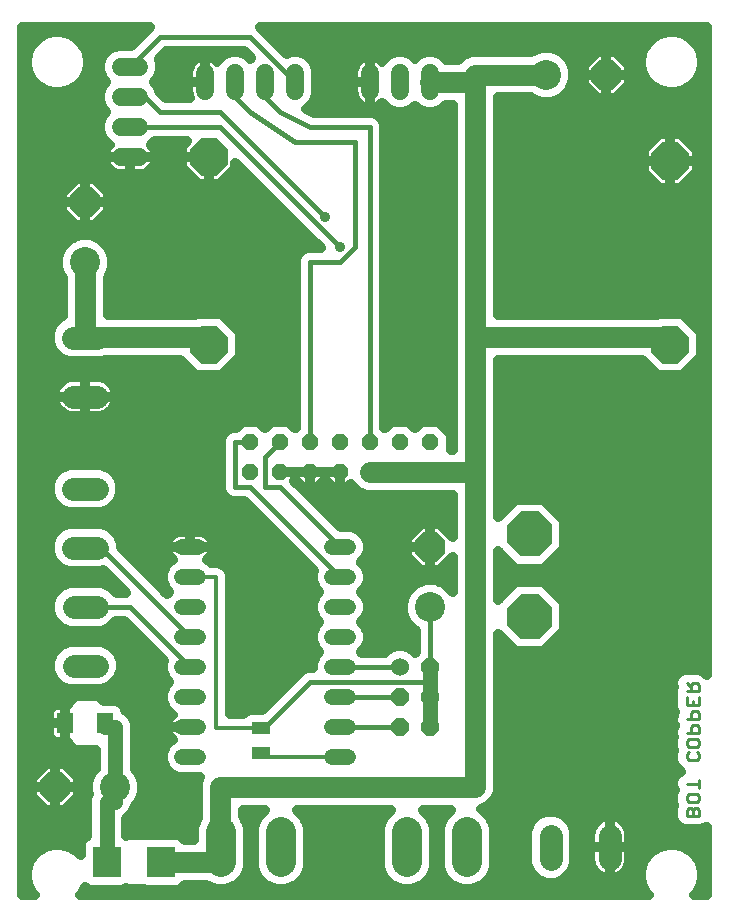
<source format=gbl>
G75*
G70*
%OFA0B0*%
%FSLAX24Y24*%
%IPPOS*%
%LPD*%
%AMOC8*
5,1,8,0,0,1.08239X$1,22.5*
%
%ADD10C,0.0100*%
%ADD11C,0.0600*%
%ADD12C,0.0520*%
%ADD13C,0.0780*%
%ADD14C,0.0600*%
%ADD15OC8,0.0600*%
%ADD16R,0.0945X0.1024*%
%ADD17R,0.0551X0.0709*%
%ADD18OC8,0.0560*%
%ADD19C,0.1000*%
%ADD20R,0.0630X0.0411*%
%ADD21C,0.1000*%
%ADD22OC8,0.1000*%
%ADD23OC8,0.1250*%
%ADD24OC8,0.1500*%
%ADD25C,0.0320*%
%ADD26C,0.0500*%
%ADD27C,0.0120*%
%ADD28C,0.0150*%
%ADD29C,0.0160*%
%ADD30C,0.0357*%
%ADD31C,0.0700*%
D10*
X024011Y004747D02*
X024011Y004947D01*
X024078Y005013D01*
X024145Y005013D01*
X024212Y004947D01*
X024212Y004747D01*
X024212Y004947D02*
X024278Y005013D01*
X024345Y005013D01*
X024412Y004947D01*
X024412Y004747D01*
X024011Y004747D01*
X024078Y005207D02*
X024011Y005274D01*
X024011Y005407D01*
X024078Y005474D01*
X024345Y005474D01*
X024412Y005407D01*
X024412Y005274D01*
X024345Y005207D01*
X024078Y005207D01*
X024412Y005667D02*
X024412Y005934D01*
X024412Y005801D02*
X024011Y005801D01*
X024078Y006588D02*
X024011Y006655D01*
X024011Y006788D01*
X024078Y006855D01*
X024078Y007048D02*
X024011Y007115D01*
X024011Y007248D01*
X024078Y007315D01*
X024345Y007315D01*
X024412Y007248D01*
X024412Y007115D01*
X024345Y007048D01*
X024078Y007048D01*
X024345Y006855D02*
X024412Y006788D01*
X024412Y006655D01*
X024345Y006588D01*
X024078Y006588D01*
X024145Y007509D02*
X024145Y007709D01*
X024212Y007776D01*
X024345Y007776D01*
X024412Y007709D01*
X024412Y007509D01*
X024011Y007509D01*
X024011Y007969D02*
X024412Y007969D01*
X024412Y008169D01*
X024345Y008236D01*
X024212Y008236D01*
X024145Y008169D01*
X024145Y007969D01*
X024212Y008429D02*
X024212Y008563D01*
X024412Y008696D02*
X024412Y008429D01*
X024011Y008429D01*
X024011Y008696D01*
X024011Y008890D02*
X024412Y008890D01*
X024412Y009090D01*
X024345Y009157D01*
X024212Y009157D01*
X024145Y009090D01*
X024145Y008890D01*
X024145Y009023D02*
X024011Y009157D01*
D11*
X015461Y028897D02*
X015461Y029497D01*
X014461Y029497D02*
X014461Y028897D01*
X013461Y028897D02*
X013461Y029497D01*
X010961Y029497D02*
X010961Y028897D01*
X009961Y028897D02*
X009961Y029497D01*
X008961Y029497D02*
X008961Y028897D01*
X007961Y028897D02*
X007961Y029497D01*
X005761Y029697D02*
X005161Y029697D01*
X005161Y028697D02*
X005761Y028697D01*
X005761Y027697D02*
X005161Y027697D01*
X005161Y026697D02*
X005761Y026697D01*
D12*
X007201Y013697D02*
X007721Y013697D01*
X007721Y012697D02*
X007201Y012697D01*
X007201Y011697D02*
X007721Y011697D01*
X007721Y010697D02*
X007201Y010697D01*
X007201Y009697D02*
X007721Y009697D01*
X007721Y008697D02*
X007201Y008697D01*
X007201Y007697D02*
X007721Y007697D01*
X007721Y006697D02*
X007201Y006697D01*
X012201Y006697D02*
X012721Y006697D01*
X012721Y007697D02*
X012201Y007697D01*
X012201Y008697D02*
X012721Y008697D01*
X012721Y009697D02*
X012201Y009697D01*
X012201Y010697D02*
X012721Y010697D01*
X012721Y011697D02*
X012201Y011697D01*
X012201Y012697D02*
X012721Y012697D01*
X012721Y013697D02*
X012201Y013697D01*
D13*
X019481Y004087D02*
X019481Y003307D01*
X021451Y003307D02*
X021451Y004087D01*
X004356Y009747D02*
X003577Y009746D01*
X003573Y011706D02*
X004353Y011707D01*
X004350Y013687D02*
X003570Y013686D01*
X003566Y015646D02*
X004346Y015647D01*
X004351Y018717D02*
X003571Y018717D01*
X003571Y020687D02*
X004351Y020687D01*
D14*
X014461Y009697D03*
D15*
X014461Y008697D03*
X014461Y007697D03*
X015461Y007697D03*
X015461Y008697D03*
X015461Y009697D03*
D16*
X006492Y003197D03*
X004681Y003197D03*
D17*
X004631Y007822D03*
X003292Y007822D03*
D18*
X009461Y016197D03*
X009461Y017197D03*
X010461Y017197D03*
X010461Y016197D03*
X011461Y016197D03*
X011461Y017197D03*
X012461Y017197D03*
X012461Y016197D03*
X013461Y016197D03*
X013461Y017197D03*
X014461Y017197D03*
X014461Y016197D03*
X015461Y016197D03*
X015461Y017197D03*
D19*
X014686Y004197D02*
X014686Y003197D01*
X016686Y003197D02*
X016686Y004197D01*
X010486Y004197D02*
X010486Y003197D01*
X008486Y003197D02*
X008486Y004197D01*
D20*
X009836Y006847D03*
X009836Y007671D03*
D21*
X004961Y005697D03*
X015461Y011697D03*
X003961Y023197D03*
X019336Y029447D03*
D22*
X021336Y029447D03*
X015461Y013697D03*
X003961Y025197D03*
X002961Y005697D03*
D23*
X008086Y020447D03*
X008086Y026697D03*
X023461Y026572D03*
X023461Y020447D03*
D24*
X018774Y014134D03*
X018774Y011384D03*
D25*
X001861Y002096D02*
X001861Y031041D01*
X006134Y031041D01*
X006059Y030966D01*
X005490Y030396D01*
X005022Y030396D01*
X004765Y030290D01*
X004568Y030093D01*
X004461Y029836D01*
X004461Y029557D01*
X004568Y029300D01*
X004671Y029197D01*
X004568Y029093D01*
X004461Y028836D01*
X004461Y028557D01*
X004568Y028300D01*
X004671Y028197D01*
X004568Y028093D01*
X004461Y027836D01*
X004461Y027557D01*
X004568Y027300D01*
X004765Y027103D01*
X004773Y027100D01*
X004734Y027061D01*
X004682Y026990D01*
X004642Y026911D01*
X004615Y026828D01*
X004601Y026741D01*
X004601Y026697D01*
X005461Y026697D01*
X005461Y026696D01*
X005462Y026696D01*
X005462Y026697D01*
X006321Y026697D01*
X006321Y026741D01*
X006308Y026828D01*
X006280Y026911D01*
X006240Y026990D01*
X006189Y027061D01*
X006150Y027100D01*
X006158Y027103D01*
X006276Y027222D01*
X007360Y027222D01*
X007201Y027063D01*
X007201Y026697D01*
X008086Y026697D01*
X008086Y026696D01*
X008087Y026696D01*
X008087Y025812D01*
X008453Y025812D01*
X008971Y026330D01*
X008971Y026515D01*
X011815Y023671D01*
X011367Y023671D01*
X011192Y023599D01*
X011059Y023466D01*
X010986Y023291D01*
X010986Y023102D01*
X010986Y017683D01*
X010961Y017658D01*
X010743Y017876D01*
X010180Y017876D01*
X009961Y017658D01*
X009743Y017876D01*
X009180Y017876D01*
X008975Y017671D01*
X008867Y017671D01*
X008692Y017599D01*
X008559Y017466D01*
X008486Y017291D01*
X008486Y017102D01*
X008486Y015602D01*
X008559Y015427D01*
X008692Y015294D01*
X008867Y015222D01*
X009056Y015222D01*
X009265Y015222D01*
X011576Y012911D01*
X011541Y012828D01*
X011541Y012565D01*
X011642Y012323D01*
X011768Y012196D01*
X011642Y012070D01*
X011541Y011828D01*
X011541Y011565D01*
X011642Y011323D01*
X011768Y011196D01*
X011642Y011070D01*
X011541Y010828D01*
X011541Y010565D01*
X011642Y010323D01*
X011768Y010196D01*
X011642Y010070D01*
X011541Y009828D01*
X011541Y009671D01*
X011367Y009671D01*
X011192Y009599D01*
X009870Y008277D01*
X009442Y008277D01*
X009295Y008216D01*
X009210Y008131D01*
X008796Y008131D01*
X008796Y012605D01*
X008796Y012788D01*
X008726Y012957D01*
X008597Y013086D01*
X008428Y013156D01*
X008195Y013156D01*
X008095Y013256D01*
X008034Y013281D01*
X008060Y013300D01*
X008118Y013358D01*
X008166Y013424D01*
X008203Y013497D01*
X008229Y013575D01*
X008241Y013656D01*
X008241Y013696D01*
X007462Y013696D01*
X007462Y013697D01*
X008241Y013697D01*
X008241Y013737D01*
X008229Y013818D01*
X008203Y013896D01*
X008166Y013969D01*
X008118Y014035D01*
X008060Y014093D01*
X007994Y014141D01*
X007921Y014178D01*
X007843Y014204D01*
X007762Y014216D01*
X007462Y014216D01*
X007462Y013697D01*
X007461Y013697D01*
X007461Y014216D01*
X007160Y014216D01*
X007080Y014204D01*
X007002Y014178D01*
X006929Y014141D01*
X006863Y014093D01*
X006805Y014035D01*
X006757Y013969D01*
X006720Y013896D01*
X006694Y013818D01*
X006681Y013737D01*
X006681Y013697D01*
X007461Y013697D01*
X007461Y013696D01*
X006681Y013696D01*
X006681Y013656D01*
X006694Y013575D01*
X006720Y013497D01*
X006757Y013424D01*
X006805Y013358D01*
X006863Y013300D01*
X006888Y013281D01*
X006828Y013256D01*
X006642Y013070D01*
X006541Y012828D01*
X006541Y012565D01*
X006642Y012323D01*
X006768Y012196D01*
X006701Y012129D01*
X005140Y013690D01*
X005139Y013846D01*
X005019Y014136D01*
X004796Y014358D01*
X004505Y014477D01*
X003411Y014476D01*
X003121Y014355D01*
X002899Y014132D01*
X002779Y013842D01*
X002780Y013527D01*
X002901Y013237D01*
X003123Y013015D01*
X003414Y012896D01*
X004508Y012897D01*
X004565Y012921D01*
X005315Y012171D01*
X005006Y012171D01*
X004799Y012378D01*
X004509Y012497D01*
X003415Y012496D01*
X003124Y012375D01*
X002903Y012152D01*
X002783Y011862D01*
X002783Y011547D01*
X002904Y011257D01*
X003127Y011035D01*
X003417Y010916D01*
X004512Y010917D01*
X004802Y011038D01*
X004984Y011222D01*
X005265Y011222D01*
X006576Y009911D01*
X006541Y009828D01*
X006541Y009565D01*
X006642Y009323D01*
X006768Y009196D01*
X006642Y009070D01*
X006541Y008828D01*
X006541Y008565D01*
X006642Y008323D01*
X006828Y008137D01*
X006888Y008112D01*
X006863Y008093D01*
X006805Y008035D01*
X006757Y007969D01*
X006720Y007896D01*
X006694Y007818D01*
X006681Y007737D01*
X006681Y007697D01*
X007461Y007697D01*
X007461Y007696D01*
X006681Y007696D01*
X006681Y007656D01*
X006694Y007575D01*
X006720Y007497D01*
X006757Y007424D01*
X006805Y007358D01*
X006863Y007300D01*
X006888Y007281D01*
X006828Y007256D01*
X006642Y007070D01*
X006541Y006828D01*
X006541Y006565D01*
X006642Y006323D01*
X006828Y006137D01*
X007070Y006037D01*
X007790Y006037D01*
X007711Y005846D01*
X007711Y004677D01*
X007586Y004376D01*
X007586Y003946D01*
X007292Y003946D01*
X007191Y004047D01*
X007044Y004108D01*
X005940Y004108D01*
X005911Y004096D01*
X005382Y004096D01*
X005331Y004075D01*
X005331Y004647D01*
X005512Y004828D01*
X005611Y005067D01*
X005611Y005074D01*
X005724Y005187D01*
X005861Y005517D01*
X005861Y005876D01*
X005724Y006206D01*
X005611Y006319D01*
X005611Y007567D01*
X005611Y007826D01*
X005512Y008065D01*
X005330Y008248D01*
X005305Y008258D01*
X005245Y008402D01*
X005133Y008515D01*
X004986Y008576D01*
X004585Y008576D01*
X004501Y008661D01*
X004354Y008721D01*
X003694Y008721D01*
X003547Y008661D01*
X003435Y008548D01*
X003388Y008436D01*
X003292Y008436D01*
X002991Y008436D01*
X002941Y008426D01*
X002893Y008406D01*
X001861Y008406D01*
X001861Y008724D02*
X006541Y008724D01*
X006607Y008406D02*
X005242Y008406D01*
X005490Y008087D02*
X006857Y008087D01*
X006686Y007769D02*
X005611Y007769D01*
X005611Y007450D02*
X006743Y007450D01*
X006703Y007132D02*
X005611Y007132D01*
X005611Y006813D02*
X006541Y006813D01*
X006571Y006495D02*
X005611Y006495D01*
X005737Y006176D02*
X006789Y006176D01*
X007716Y005857D02*
X005861Y005857D01*
X005861Y005539D02*
X007711Y005539D01*
X007711Y005220D02*
X005738Y005220D01*
X005543Y004902D02*
X007711Y004902D01*
X007672Y004583D02*
X005331Y004583D01*
X005331Y004265D02*
X007586Y004265D01*
X009211Y004744D02*
X009211Y004947D01*
X009964Y004947D01*
X009723Y004706D01*
X009586Y004376D01*
X009586Y003017D01*
X009723Y002687D01*
X009977Y002434D01*
X010307Y002297D01*
X010665Y002297D01*
X010996Y002434D01*
X011249Y002687D01*
X011386Y003017D01*
X011386Y004376D01*
X011249Y004706D01*
X011009Y004947D01*
X014164Y004947D01*
X013923Y004706D01*
X013786Y004376D01*
X013786Y003017D01*
X013923Y002687D01*
X014177Y002434D01*
X014507Y002297D01*
X014865Y002297D01*
X015196Y002434D01*
X015449Y002687D01*
X015586Y003017D01*
X015586Y004376D01*
X015449Y004706D01*
X015209Y004947D01*
X016164Y004947D01*
X015923Y004706D01*
X015786Y004376D01*
X015786Y003017D01*
X015923Y002687D01*
X016177Y002434D01*
X016507Y002297D01*
X016865Y002297D01*
X017196Y002434D01*
X017449Y002687D01*
X017586Y003017D01*
X017586Y004376D01*
X017449Y004706D01*
X017196Y004959D01*
X017169Y004971D01*
X017386Y005061D01*
X017597Y005272D01*
X017711Y005547D01*
X017711Y005846D01*
X017711Y010820D01*
X018298Y010234D01*
X019250Y010234D01*
X019924Y010908D01*
X019924Y011860D01*
X019250Y012534D01*
X018298Y012534D01*
X017711Y011948D01*
X017711Y013570D01*
X018298Y012984D01*
X019250Y012984D01*
X019924Y013658D01*
X019924Y014610D01*
X019250Y015284D01*
X018298Y015284D01*
X017711Y014698D01*
X017711Y016047D01*
X017711Y019947D01*
X022512Y019947D01*
X023037Y019422D01*
X023886Y019422D01*
X024486Y020022D01*
X024486Y020871D01*
X023886Y021471D01*
X023037Y021471D01*
X023012Y021446D01*
X017711Y021446D01*
X017711Y028697D01*
X018814Y028697D01*
X018827Y028684D01*
X019157Y028547D01*
X019515Y028547D01*
X019846Y028684D01*
X020099Y028937D01*
X020236Y029267D01*
X020236Y029626D01*
X020099Y029956D01*
X019846Y030209D01*
X019515Y030346D01*
X019157Y030346D01*
X018827Y030209D01*
X018814Y030196D01*
X017111Y030196D01*
X016812Y030196D01*
X016537Y030082D01*
X016401Y029946D01*
X016001Y029946D01*
X015858Y030090D01*
X015601Y030196D01*
X015322Y030196D01*
X015065Y030090D01*
X014961Y029986D01*
X014858Y030090D01*
X014601Y030196D01*
X014322Y030196D01*
X014065Y030090D01*
X013868Y029893D01*
X013865Y029885D01*
X013826Y029924D01*
X013755Y029975D01*
X013676Y030015D01*
X013593Y030043D01*
X013505Y030056D01*
X013462Y030056D01*
X013462Y029197D01*
X013461Y029197D01*
X013461Y030056D01*
X013417Y030056D01*
X013330Y030043D01*
X013246Y030015D01*
X013168Y029975D01*
X013097Y029924D01*
X013034Y029861D01*
X012982Y029790D01*
X012942Y029711D01*
X012915Y029628D01*
X012901Y029541D01*
X012901Y029197D01*
X013461Y029197D01*
X013461Y029196D01*
X013462Y029196D01*
X013462Y028337D01*
X013505Y028337D01*
X013593Y028350D01*
X013676Y028378D01*
X013755Y028418D01*
X013826Y028469D01*
X013865Y028508D01*
X013868Y028500D01*
X014065Y028303D01*
X014322Y028197D01*
X014601Y028197D01*
X014858Y028303D01*
X014961Y028407D01*
X015065Y028303D01*
X015322Y028197D01*
X015601Y028197D01*
X015858Y028303D01*
X016001Y028447D01*
X016211Y028447D01*
X016211Y020846D01*
X016211Y016946D01*
X016141Y016946D01*
X016141Y017478D01*
X015743Y017876D01*
X015180Y017876D01*
X014961Y017658D01*
X014743Y017876D01*
X014180Y017876D01*
X013961Y017658D01*
X013936Y017683D01*
X013936Y027602D01*
X013936Y027791D01*
X013864Y027966D01*
X013730Y028099D01*
X013556Y028171D01*
X011574Y028171D01*
X011332Y028292D01*
X011358Y028303D01*
X011555Y028500D01*
X011661Y028757D01*
X011661Y029636D01*
X011555Y029893D01*
X011358Y030090D01*
X011101Y030196D01*
X010822Y030196D01*
X010689Y030141D01*
X009789Y031041D01*
X024683Y031041D01*
X024683Y009454D01*
X024600Y009538D01*
X024434Y009607D01*
X024301Y009607D01*
X024122Y009607D01*
X024111Y009602D01*
X024101Y009607D01*
X023922Y009607D01*
X023757Y009538D01*
X023630Y009412D01*
X023561Y009246D01*
X023561Y009067D01*
X023580Y009023D01*
X023561Y008979D01*
X023561Y008800D01*
X023564Y008793D01*
X023561Y008786D01*
X023561Y008340D01*
X023620Y008199D01*
X023561Y008059D01*
X023561Y007879D01*
X023620Y007739D01*
X023561Y007598D01*
X023561Y007419D01*
X023578Y007379D01*
X023577Y007376D01*
X023561Y007338D01*
X023561Y007247D01*
X023561Y007025D01*
X023592Y006952D01*
X023577Y006916D01*
X023561Y006878D01*
X023561Y006878D01*
X023561Y006877D01*
X023561Y006787D01*
X023561Y006565D01*
X023630Y006400D01*
X023756Y006273D01*
X023821Y006209D01*
X023756Y006182D01*
X023630Y006056D01*
X023561Y005890D01*
X023561Y005711D01*
X023606Y005604D01*
X023577Y005535D01*
X023561Y005497D01*
X023561Y005496D01*
X023561Y005406D01*
X023561Y005184D01*
X023592Y005110D01*
X023579Y005078D01*
X023561Y005036D01*
X023561Y004948D01*
X023561Y004657D01*
X023630Y004492D01*
X023756Y004365D01*
X023922Y004297D01*
X024101Y004297D01*
X024122Y004297D01*
X024301Y004297D01*
X024322Y004297D01*
X024501Y004297D01*
X024667Y004365D01*
X024683Y004382D01*
X024683Y002096D01*
X024262Y002096D01*
X024317Y002151D01*
X024450Y002381D01*
X024519Y002638D01*
X024519Y002904D01*
X024450Y003161D01*
X024317Y003392D01*
X024129Y003580D01*
X023899Y003713D01*
X023642Y003782D01*
X023376Y003782D01*
X023119Y003713D01*
X022888Y003580D01*
X022700Y003392D01*
X022567Y003161D01*
X022498Y002904D01*
X022498Y002638D01*
X022567Y002381D01*
X022700Y002151D01*
X022755Y002096D01*
X003790Y002096D01*
X003845Y002151D01*
X003966Y002361D01*
X003982Y002346D01*
X004129Y002285D01*
X005233Y002285D01*
X005322Y002321D01*
X005382Y002297D01*
X005911Y002297D01*
X005940Y002285D01*
X007044Y002285D01*
X007191Y002346D01*
X007292Y002447D01*
X007964Y002447D01*
X007977Y002434D01*
X008307Y002297D01*
X008665Y002297D01*
X008996Y002434D01*
X009249Y002687D01*
X009386Y003017D01*
X009386Y004376D01*
X009249Y004706D01*
X009211Y004744D01*
X009211Y004902D02*
X009919Y004902D01*
X009672Y004583D02*
X009300Y004583D01*
X009386Y004265D02*
X009586Y004265D01*
X009586Y003946D02*
X009386Y003946D01*
X009386Y003628D02*
X009586Y003628D01*
X009586Y003309D02*
X009386Y003309D01*
X009375Y002991D02*
X009598Y002991D01*
X009738Y002672D02*
X009235Y002672D01*
X008803Y002354D02*
X010170Y002354D01*
X010803Y002354D02*
X014370Y002354D01*
X013938Y002672D02*
X011235Y002672D01*
X011375Y002991D02*
X013798Y002991D01*
X013786Y003309D02*
X011386Y003309D01*
X011386Y003628D02*
X013786Y003628D01*
X013786Y003946D02*
X011386Y003946D01*
X011386Y004265D02*
X013786Y004265D01*
X013872Y004583D02*
X011300Y004583D01*
X011054Y004902D02*
X014119Y004902D01*
X015254Y004902D02*
X016119Y004902D01*
X015872Y004583D02*
X015500Y004583D01*
X015586Y004265D02*
X015786Y004265D01*
X015786Y003946D02*
X015586Y003946D01*
X015586Y003628D02*
X015786Y003628D01*
X015786Y003309D02*
X015586Y003309D01*
X015575Y002991D02*
X015798Y002991D01*
X015938Y002672D02*
X015435Y002672D01*
X015003Y002354D02*
X016370Y002354D01*
X017003Y002354D02*
X022583Y002354D01*
X022498Y002672D02*
X021595Y002672D01*
X021579Y002668D02*
X021661Y002690D01*
X021739Y002722D01*
X021813Y002765D01*
X021881Y002817D01*
X021941Y002877D01*
X021993Y002945D01*
X022036Y003018D01*
X022068Y003097D01*
X022090Y003179D01*
X022101Y003264D01*
X022101Y003696D01*
X021452Y003696D01*
X021452Y003697D01*
X022101Y003697D01*
X022101Y004129D01*
X022090Y004214D01*
X022068Y004296D01*
X022036Y004375D01*
X021993Y004448D01*
X021941Y004516D01*
X021881Y004576D01*
X021813Y004628D01*
X021739Y004671D01*
X021661Y004703D01*
X021579Y004725D01*
X021494Y004736D01*
X021452Y004736D01*
X021452Y003697D01*
X021451Y003697D01*
X021451Y004736D01*
X021409Y004736D01*
X021324Y004725D01*
X021242Y004703D01*
X021163Y004671D01*
X021089Y004628D01*
X021022Y004576D01*
X020962Y004516D01*
X020910Y004448D01*
X020867Y004375D01*
X020835Y004296D01*
X020813Y004214D01*
X020801Y004129D01*
X020801Y003697D01*
X021451Y003697D01*
X021451Y003696D01*
X021452Y003696D01*
X021452Y002657D01*
X021494Y002657D01*
X021579Y002668D01*
X021452Y002672D02*
X021451Y002672D01*
X021451Y002657D02*
X021451Y003696D01*
X020801Y003696D01*
X020801Y003264D01*
X020813Y003179D01*
X020835Y003097D01*
X020867Y003018D01*
X020910Y002945D01*
X020962Y002877D01*
X021022Y002817D01*
X021089Y002765D01*
X021163Y002722D01*
X021242Y002690D01*
X021324Y002668D01*
X021409Y002657D01*
X021451Y002657D01*
X021308Y002672D02*
X019964Y002672D01*
X019929Y002637D02*
X020151Y002859D01*
X020271Y003149D01*
X020271Y004244D01*
X020151Y004534D01*
X019929Y004756D01*
X019639Y004876D01*
X019324Y004876D01*
X019034Y004756D01*
X018812Y004534D01*
X018691Y004244D01*
X018691Y003149D01*
X018812Y002859D01*
X019034Y002637D01*
X019324Y002517D01*
X019639Y002517D01*
X019929Y002637D01*
X020206Y002991D02*
X020883Y002991D01*
X020801Y003309D02*
X020271Y003309D01*
X020271Y003628D02*
X020801Y003628D01*
X020801Y003946D02*
X020271Y003946D01*
X020263Y004265D02*
X020826Y004265D01*
X021031Y004583D02*
X020102Y004583D01*
X018861Y004583D02*
X017500Y004583D01*
X017586Y004265D02*
X018700Y004265D01*
X018691Y003946D02*
X017586Y003946D01*
X017586Y003628D02*
X018691Y003628D01*
X018691Y003309D02*
X017586Y003309D01*
X017575Y002991D02*
X018757Y002991D01*
X018999Y002672D02*
X017435Y002672D01*
X017254Y004902D02*
X023561Y004902D01*
X023561Y005036D02*
X023561Y005036D01*
X023561Y005036D01*
X023561Y005220D02*
X017546Y005220D01*
X017708Y005539D02*
X023579Y005539D01*
X023561Y005496D02*
X023561Y005496D01*
X023561Y005857D02*
X017711Y005857D01*
X017711Y006176D02*
X023750Y006176D01*
X023591Y006495D02*
X017711Y006495D01*
X017711Y006813D02*
X023561Y006813D01*
X023561Y007132D02*
X017711Y007132D01*
X017711Y007450D02*
X023561Y007450D01*
X023561Y007338D02*
X023561Y007338D01*
X023561Y007338D01*
X023607Y007769D02*
X017711Y007769D01*
X017711Y008087D02*
X023573Y008087D01*
X023561Y008406D02*
X017711Y008406D01*
X017711Y008724D02*
X023561Y008724D01*
X023571Y009043D02*
X017711Y009043D01*
X017711Y009361D02*
X023609Y009361D01*
X024683Y009680D02*
X017711Y009680D01*
X017711Y009999D02*
X024683Y009999D01*
X024683Y010317D02*
X019333Y010317D01*
X019652Y010636D02*
X024683Y010636D01*
X024683Y010954D02*
X019924Y010954D01*
X019924Y011273D02*
X024683Y011273D01*
X024683Y011591D02*
X019924Y011591D01*
X019874Y011910D02*
X024683Y011910D01*
X024683Y012228D02*
X019556Y012228D01*
X019450Y013184D02*
X024683Y013184D01*
X024683Y013503D02*
X019769Y013503D01*
X019924Y013821D02*
X024683Y013821D01*
X024683Y014140D02*
X019924Y014140D01*
X019924Y014458D02*
X024683Y014458D01*
X024683Y014777D02*
X019758Y014777D01*
X019439Y015095D02*
X024683Y015095D01*
X024683Y015414D02*
X017711Y015414D01*
X017711Y015732D02*
X024683Y015732D01*
X024683Y016051D02*
X017711Y016051D01*
X017711Y016369D02*
X024683Y016369D01*
X024683Y016688D02*
X017711Y016688D01*
X017711Y017006D02*
X024683Y017006D01*
X024683Y017325D02*
X017711Y017325D01*
X017711Y017644D02*
X024683Y017644D01*
X024683Y017962D02*
X017711Y017962D01*
X017711Y018281D02*
X024683Y018281D01*
X024683Y018599D02*
X017711Y018599D01*
X017711Y018918D02*
X024683Y018918D01*
X024683Y019236D02*
X017711Y019236D01*
X017711Y019555D02*
X022904Y019555D01*
X022585Y019873D02*
X017711Y019873D01*
X017711Y021466D02*
X023031Y021466D01*
X023891Y021466D02*
X024683Y021466D01*
X024683Y021148D02*
X024210Y021148D01*
X024486Y020829D02*
X024683Y020829D01*
X024683Y020510D02*
X024486Y020510D01*
X024486Y020192D02*
X024683Y020192D01*
X024683Y019873D02*
X024338Y019873D01*
X024019Y019555D02*
X024683Y019555D01*
X024683Y021785D02*
X017711Y021785D01*
X017711Y022103D02*
X024683Y022103D01*
X024683Y022422D02*
X017711Y022422D01*
X017711Y022740D02*
X024683Y022740D01*
X024683Y023059D02*
X017711Y023059D01*
X017711Y023377D02*
X024683Y023377D01*
X024683Y023696D02*
X017711Y023696D01*
X017711Y024014D02*
X024683Y024014D01*
X024683Y024333D02*
X017711Y024333D01*
X017711Y024652D02*
X024683Y024652D01*
X024683Y024970D02*
X017711Y024970D01*
X017711Y025289D02*
X024683Y025289D01*
X024683Y025607D02*
X017711Y025607D01*
X017711Y025926D02*
X022856Y025926D01*
X023095Y025687D02*
X022576Y026205D01*
X022576Y026571D01*
X023461Y026571D01*
X023462Y026571D01*
X023462Y026572D01*
X024346Y026572D01*
X024346Y026938D01*
X023828Y027456D01*
X023462Y027456D01*
X023462Y026572D01*
X023461Y026572D01*
X023461Y027456D01*
X023095Y027456D01*
X022576Y026938D01*
X022576Y026572D01*
X023461Y026572D01*
X023461Y026571D01*
X023461Y025687D01*
X023095Y025687D01*
X023462Y025687D02*
X023828Y025687D01*
X024346Y026205D01*
X024346Y026571D01*
X023462Y026571D01*
X023462Y025687D01*
X023461Y025926D02*
X023462Y025926D01*
X023461Y026244D02*
X023462Y026244D01*
X023461Y026563D02*
X023462Y026563D01*
X023461Y026881D02*
X023462Y026881D01*
X023461Y027200D02*
X023462Y027200D01*
X024085Y027200D02*
X024683Y027200D01*
X024683Y027518D02*
X017711Y027518D01*
X017711Y027200D02*
X022838Y027200D01*
X022576Y026881D02*
X017711Y026881D01*
X017711Y026563D02*
X022576Y026563D01*
X022576Y026244D02*
X017711Y026244D01*
X017711Y027837D02*
X024683Y027837D01*
X024683Y028156D02*
X017711Y028156D01*
X017711Y028474D02*
X024683Y028474D01*
X024683Y028793D02*
X021757Y028793D01*
X021651Y028687D02*
X022096Y029132D01*
X022096Y029446D01*
X021337Y029446D01*
X021337Y029447D01*
X022096Y029447D01*
X022096Y029761D01*
X021651Y030206D01*
X021337Y030206D01*
X021337Y029447D01*
X021336Y029447D01*
X021336Y030206D01*
X021022Y030206D01*
X020576Y029761D01*
X020576Y029447D01*
X021336Y029447D01*
X021336Y029446D01*
X021337Y029446D01*
X021337Y028687D01*
X021651Y028687D01*
X021336Y028687D02*
X021336Y029446D01*
X020576Y029446D01*
X020576Y029132D01*
X021022Y028687D01*
X021336Y028687D01*
X021336Y028793D02*
X021337Y028793D01*
X021336Y029111D02*
X021337Y029111D01*
X021336Y029430D02*
X021337Y029430D01*
X021336Y029748D02*
X021337Y029748D01*
X021336Y030067D02*
X021337Y030067D01*
X021791Y030067D02*
X022517Y030067D01*
X022498Y029999D02*
X022567Y030256D01*
X022700Y030486D01*
X022888Y030674D01*
X023119Y030807D01*
X023376Y030876D01*
X023642Y030876D01*
X023899Y030807D01*
X024129Y030674D01*
X024317Y030486D01*
X024450Y030256D01*
X024519Y029999D01*
X024519Y029733D01*
X024450Y029476D01*
X024317Y029246D01*
X024129Y029057D01*
X023899Y028924D01*
X023642Y028856D01*
X023376Y028856D01*
X023119Y028924D01*
X022888Y029057D01*
X022700Y029246D01*
X022567Y029476D01*
X022498Y029733D01*
X022498Y029999D01*
X022498Y029748D02*
X022096Y029748D01*
X022096Y029430D02*
X022594Y029430D01*
X022835Y029111D02*
X022076Y029111D01*
X022642Y030385D02*
X010444Y030385D01*
X010126Y030704D02*
X022940Y030704D01*
X024078Y030704D02*
X024683Y030704D01*
X024683Y031022D02*
X009807Y031022D01*
X009265Y030222D02*
X009481Y030006D01*
X009461Y029986D01*
X009358Y030090D01*
X009101Y030196D01*
X008822Y030196D01*
X008565Y030090D01*
X008368Y029893D01*
X008365Y029885D01*
X008326Y029924D01*
X008255Y029975D01*
X008176Y030015D01*
X008093Y030043D01*
X008005Y030056D01*
X007962Y030056D01*
X007962Y029197D01*
X007961Y029197D01*
X007961Y030056D01*
X007917Y030056D01*
X007830Y030043D01*
X007746Y030015D01*
X007668Y029975D01*
X007597Y029924D01*
X007534Y029861D01*
X007482Y029790D01*
X007442Y029711D01*
X007415Y029628D01*
X007401Y029541D01*
X007401Y029197D01*
X007961Y029197D01*
X007961Y029196D01*
X007401Y029196D01*
X007401Y028852D01*
X007415Y028765D01*
X007442Y028682D01*
X007448Y028671D01*
X006658Y028671D01*
X006438Y028891D01*
X006355Y029093D01*
X006251Y029197D01*
X006355Y029300D01*
X006461Y029557D01*
X006461Y029836D01*
X006406Y029969D01*
X006658Y030222D01*
X009265Y030222D01*
X009381Y030067D02*
X009419Y030067D01*
X008542Y030067D02*
X006503Y030067D01*
X006461Y029748D02*
X007461Y029748D01*
X007401Y029430D02*
X006409Y029430D01*
X006337Y029111D02*
X007401Y029111D01*
X007411Y028793D02*
X006537Y028793D01*
X006255Y027200D02*
X007338Y027200D01*
X007201Y026881D02*
X006290Y026881D01*
X006321Y026696D02*
X005462Y026696D01*
X005462Y026137D01*
X005805Y026137D01*
X005893Y026150D01*
X005976Y026178D01*
X006055Y026218D01*
X006126Y026269D01*
X006189Y026332D01*
X006240Y026403D01*
X006280Y026482D01*
X006308Y026565D01*
X006321Y026652D01*
X006321Y026696D01*
X006307Y026563D02*
X007201Y026563D01*
X007201Y026696D02*
X007201Y026330D01*
X007720Y025812D01*
X008086Y025812D01*
X008086Y026696D01*
X007201Y026696D01*
X007287Y026244D02*
X006092Y026244D01*
X005462Y026244D02*
X005461Y026244D01*
X005461Y026137D02*
X005117Y026137D01*
X005030Y026150D01*
X004946Y026178D01*
X004868Y026218D01*
X004797Y026269D01*
X004734Y026332D01*
X004682Y026403D01*
X004642Y026482D01*
X004615Y026565D01*
X004601Y026652D01*
X004601Y026696D01*
X005461Y026696D01*
X005461Y026137D01*
X005461Y026563D02*
X005462Y026563D01*
X004831Y026244D02*
X001861Y026244D01*
X001861Y025926D02*
X003616Y025926D01*
X003647Y025956D02*
X003201Y025511D01*
X003201Y025197D01*
X003961Y025197D01*
X003961Y025956D01*
X003647Y025956D01*
X003962Y025956D02*
X003962Y025197D01*
X004721Y025197D01*
X004721Y025511D01*
X004276Y025956D01*
X003962Y025956D01*
X003961Y025926D02*
X003962Y025926D01*
X003961Y025607D02*
X003962Y025607D01*
X003961Y025289D02*
X003962Y025289D01*
X003962Y025197D02*
X003961Y025197D01*
X003961Y025196D01*
X003962Y025196D01*
X003962Y025197D01*
X003962Y025196D02*
X004721Y025196D01*
X004721Y024882D01*
X004276Y024437D01*
X003962Y024437D01*
X003962Y025196D01*
X003961Y025196D02*
X003961Y024437D01*
X003647Y024437D01*
X003201Y024882D01*
X003201Y025196D01*
X003961Y025196D01*
X003961Y024970D02*
X003962Y024970D01*
X003961Y024652D02*
X003962Y024652D01*
X004491Y024652D02*
X010835Y024652D01*
X010516Y024970D02*
X004721Y024970D01*
X004721Y025289D02*
X010198Y025289D01*
X009879Y025607D02*
X004626Y025607D01*
X004307Y025926D02*
X007606Y025926D01*
X008086Y025926D02*
X008087Y025926D01*
X008086Y026244D02*
X008087Y026244D01*
X008086Y026563D02*
X008087Y026563D01*
X008567Y025926D02*
X009561Y025926D01*
X009242Y026244D02*
X008886Y026244D01*
X011153Y024333D02*
X001861Y024333D01*
X001861Y024014D02*
X003584Y024014D01*
X003452Y023959D02*
X003782Y024096D01*
X004140Y024096D01*
X004471Y023959D01*
X004724Y023706D01*
X004861Y023376D01*
X004861Y023017D01*
X004724Y022687D01*
X004711Y022674D01*
X004711Y021446D01*
X007637Y021446D01*
X007662Y021471D01*
X008511Y021471D01*
X009111Y020871D01*
X009111Y020022D01*
X008511Y019422D01*
X007662Y019422D01*
X007137Y019947D01*
X004629Y019947D01*
X004509Y019897D01*
X003414Y019897D01*
X003124Y020017D01*
X002902Y020239D01*
X002781Y020529D01*
X002781Y020844D01*
X002902Y021134D01*
X003124Y021356D01*
X003211Y021392D01*
X003211Y022674D01*
X003198Y022687D01*
X003061Y023017D01*
X003061Y023376D01*
X003198Y023706D01*
X003452Y023959D01*
X003194Y023696D02*
X001861Y023696D01*
X001861Y023377D02*
X003062Y023377D01*
X003061Y023059D02*
X001861Y023059D01*
X001861Y022740D02*
X003176Y022740D01*
X003211Y022422D02*
X001861Y022422D01*
X001861Y022103D02*
X003211Y022103D01*
X003211Y021785D02*
X001861Y021785D01*
X001861Y021466D02*
X003211Y021466D01*
X002915Y021148D02*
X001861Y021148D01*
X001861Y020829D02*
X002781Y020829D01*
X002789Y020510D02*
X001861Y020510D01*
X001861Y020192D02*
X002949Y020192D01*
X003283Y019301D02*
X003209Y019258D01*
X003142Y019206D01*
X003082Y019146D01*
X003030Y019078D01*
X002987Y019005D01*
X002955Y018926D01*
X002933Y018844D01*
X002921Y018759D01*
X002921Y018717D01*
X003961Y018717D01*
X003961Y019366D01*
X003529Y019366D01*
X003444Y019355D01*
X003362Y019333D01*
X003283Y019301D01*
X003181Y019236D02*
X001861Y019236D01*
X001861Y018918D02*
X002952Y018918D01*
X002921Y018716D02*
X002921Y018674D01*
X002933Y018589D01*
X002955Y018507D01*
X002987Y018428D01*
X003030Y018355D01*
X003082Y018287D01*
X003142Y018227D01*
X003209Y018175D01*
X003283Y018132D01*
X003362Y018100D01*
X003444Y018078D01*
X003529Y018067D01*
X003961Y018067D01*
X003961Y018716D01*
X003962Y018716D01*
X003962Y018717D01*
X005001Y018717D01*
X005001Y018759D01*
X004990Y018844D01*
X004968Y018926D01*
X004936Y019005D01*
X004893Y019078D01*
X004841Y019146D01*
X004781Y019206D01*
X004713Y019258D01*
X004639Y019301D01*
X004561Y019333D01*
X004479Y019355D01*
X004394Y019366D01*
X003962Y019366D01*
X003962Y018717D01*
X003961Y018717D01*
X003961Y018716D01*
X002921Y018716D01*
X002931Y018599D02*
X001861Y018599D01*
X001861Y018281D02*
X003088Y018281D01*
X003961Y018281D02*
X003962Y018281D01*
X003962Y018067D02*
X004394Y018067D01*
X004479Y018078D01*
X004561Y018100D01*
X004639Y018132D01*
X004713Y018175D01*
X004781Y018227D01*
X004841Y018287D01*
X004893Y018355D01*
X004936Y018428D01*
X004968Y018507D01*
X004990Y018589D01*
X005001Y018674D01*
X005001Y018716D01*
X003962Y018716D01*
X003962Y018067D01*
X003961Y018599D02*
X003962Y018599D01*
X003961Y018918D02*
X003962Y018918D01*
X003961Y019236D02*
X003962Y019236D01*
X004742Y019236D02*
X010986Y019236D01*
X010986Y018918D02*
X004970Y018918D01*
X004992Y018599D02*
X010986Y018599D01*
X010986Y018281D02*
X004835Y018281D01*
X004502Y016437D02*
X003408Y016436D01*
X003118Y016315D01*
X002896Y016092D01*
X002776Y015802D01*
X002777Y015487D01*
X002897Y015197D01*
X003120Y014975D01*
X003410Y014856D01*
X004505Y014857D01*
X004795Y014978D01*
X005017Y015201D01*
X005136Y015491D01*
X005136Y015806D01*
X005015Y016096D01*
X004793Y016318D01*
X004502Y016437D01*
X004667Y016369D02*
X008486Y016369D01*
X008486Y016051D02*
X005034Y016051D01*
X005136Y015732D02*
X008486Y015732D01*
X008572Y015414D02*
X005104Y015414D01*
X004911Y015095D02*
X009391Y015095D01*
X009709Y014777D02*
X001861Y014777D01*
X001861Y015095D02*
X003000Y015095D01*
X002807Y015414D02*
X001861Y015414D01*
X001861Y015732D02*
X002776Y015732D01*
X002879Y016051D02*
X001861Y016051D01*
X001861Y016369D02*
X003249Y016369D01*
X001861Y016688D02*
X008486Y016688D01*
X008486Y017006D02*
X001861Y017006D01*
X001861Y017325D02*
X008501Y017325D01*
X008800Y017644D02*
X001861Y017644D01*
X001861Y017962D02*
X010986Y017962D01*
X010986Y019555D02*
X008644Y019555D01*
X008963Y019873D02*
X010986Y019873D01*
X010986Y020192D02*
X009111Y020192D01*
X009111Y020510D02*
X010986Y020510D01*
X010986Y020829D02*
X009111Y020829D01*
X008835Y021148D02*
X010986Y021148D01*
X010986Y021466D02*
X008516Y021466D01*
X007656Y021466D02*
X004711Y021466D01*
X004711Y021785D02*
X010986Y021785D01*
X010986Y022103D02*
X004711Y022103D01*
X004711Y022422D02*
X010986Y022422D01*
X010986Y022740D02*
X004747Y022740D01*
X004861Y023059D02*
X010986Y023059D01*
X011022Y023377D02*
X004861Y023377D01*
X004729Y023696D02*
X011790Y023696D01*
X011472Y024014D02*
X004339Y024014D01*
X003432Y024652D02*
X001861Y024652D01*
X001861Y024970D02*
X003201Y024970D01*
X003201Y025289D02*
X001861Y025289D01*
X001861Y025607D02*
X003297Y025607D01*
X004616Y026563D02*
X001861Y026563D01*
X001861Y026881D02*
X004633Y026881D01*
X004668Y027200D02*
X001861Y027200D01*
X001861Y027518D02*
X004477Y027518D01*
X004462Y027837D02*
X001861Y027837D01*
X001861Y028156D02*
X004630Y028156D01*
X004496Y028474D02*
X001861Y028474D01*
X001861Y028793D02*
X004461Y028793D01*
X004586Y029111D02*
X003710Y029111D01*
X003656Y029057D02*
X003426Y028924D01*
X003169Y028856D01*
X002903Y028856D01*
X002646Y028924D01*
X002416Y029057D01*
X002228Y029246D01*
X002095Y029476D01*
X002026Y029733D01*
X002026Y029999D01*
X002095Y030256D01*
X002228Y030486D01*
X002416Y030674D01*
X002646Y030807D01*
X002903Y030876D01*
X003169Y030876D01*
X003426Y030807D01*
X003656Y030674D01*
X003845Y030486D01*
X003978Y030256D01*
X004046Y029999D01*
X004046Y029733D01*
X003978Y029476D01*
X003845Y029246D01*
X003656Y029057D01*
X003951Y029430D02*
X004514Y029430D01*
X004461Y029748D02*
X004046Y029748D01*
X004028Y030067D02*
X004557Y030067D01*
X004995Y030385D02*
X003903Y030385D01*
X003605Y030704D02*
X005797Y030704D01*
X006116Y031022D02*
X001861Y031022D01*
X001861Y030704D02*
X002467Y030704D01*
X002170Y030385D02*
X001861Y030385D01*
X001861Y030067D02*
X002044Y030067D01*
X002026Y029748D02*
X001861Y029748D01*
X001861Y029430D02*
X002121Y029430D01*
X002362Y029111D02*
X001861Y029111D01*
X007961Y029430D02*
X007962Y029430D01*
X007961Y029748D02*
X007962Y029748D01*
X011381Y030067D02*
X014042Y030067D01*
X013462Y029748D02*
X013461Y029748D01*
X013461Y029430D02*
X013462Y029430D01*
X013461Y029196D02*
X012901Y029196D01*
X012901Y028852D01*
X012915Y028765D01*
X012942Y028682D01*
X012982Y028603D01*
X013034Y028532D01*
X013097Y028469D01*
X013168Y028418D01*
X013246Y028378D01*
X013330Y028350D01*
X013417Y028337D01*
X013461Y028337D01*
X013461Y029196D01*
X013461Y029111D02*
X013462Y029111D01*
X013461Y028793D02*
X013462Y028793D01*
X013461Y028474D02*
X013462Y028474D01*
X013594Y028156D02*
X016211Y028156D01*
X016211Y027837D02*
X013917Y027837D01*
X013936Y027518D02*
X016211Y027518D01*
X016211Y027200D02*
X013936Y027200D01*
X013936Y026881D02*
X016211Y026881D01*
X016211Y026563D02*
X013936Y026563D01*
X013936Y026244D02*
X016211Y026244D01*
X016211Y025926D02*
X013936Y025926D01*
X013936Y025607D02*
X016211Y025607D01*
X016211Y025289D02*
X013936Y025289D01*
X013936Y024970D02*
X016211Y024970D01*
X016211Y024652D02*
X013936Y024652D01*
X013936Y024333D02*
X016211Y024333D01*
X016211Y024014D02*
X013936Y024014D01*
X013936Y023696D02*
X016211Y023696D01*
X016211Y023377D02*
X013936Y023377D01*
X013936Y023059D02*
X016211Y023059D01*
X016211Y022740D02*
X013936Y022740D01*
X013936Y022422D02*
X016211Y022422D01*
X016211Y022103D02*
X013936Y022103D01*
X013936Y021785D02*
X016211Y021785D01*
X016211Y021466D02*
X013936Y021466D01*
X013936Y021148D02*
X016211Y021148D01*
X016211Y020829D02*
X013936Y020829D01*
X013936Y020510D02*
X016211Y020510D01*
X016211Y020192D02*
X013936Y020192D01*
X013936Y019873D02*
X016211Y019873D01*
X016211Y019555D02*
X013936Y019555D01*
X013936Y019236D02*
X016211Y019236D01*
X016211Y018918D02*
X013936Y018918D01*
X013936Y018599D02*
X016211Y018599D01*
X016211Y018281D02*
X013936Y018281D01*
X013936Y017962D02*
X016211Y017962D01*
X016211Y017644D02*
X015976Y017644D01*
X016141Y017325D02*
X016211Y017325D01*
X016211Y017006D02*
X016141Y017006D01*
X016211Y015447D02*
X015611Y015447D01*
X013312Y015447D01*
X013037Y015561D01*
X012826Y015772D01*
X012818Y015790D01*
X012685Y015657D01*
X012462Y015657D01*
X012462Y016196D01*
X012461Y016196D01*
X012461Y015657D01*
X012238Y015657D01*
X011961Y015933D01*
X011685Y015657D01*
X011462Y015657D01*
X011462Y016196D01*
X011462Y016197D01*
X011921Y016197D01*
X012461Y016197D01*
X012461Y016196D01*
X011921Y016196D01*
X011462Y016196D01*
X011461Y016196D01*
X011461Y015657D01*
X011238Y015657D01*
X010961Y015933D01*
X010929Y015901D01*
X012473Y014356D01*
X012853Y014356D01*
X013095Y014256D01*
X013281Y014070D01*
X013381Y013828D01*
X013381Y013565D01*
X013281Y013323D01*
X013155Y013196D01*
X013281Y013070D01*
X013381Y012828D01*
X013381Y012565D01*
X013281Y012323D01*
X013155Y012196D01*
X013281Y012070D01*
X013381Y011828D01*
X013381Y011565D01*
X013281Y011323D01*
X013155Y011196D01*
X013281Y011070D01*
X013381Y010828D01*
X013381Y010565D01*
X013281Y010323D01*
X013155Y010196D01*
X013175Y010176D01*
X013951Y010176D01*
X014065Y010290D01*
X014322Y010396D01*
X014601Y010396D01*
X014858Y010290D01*
X014961Y010186D01*
X014986Y010211D01*
X014986Y010919D01*
X014952Y010934D01*
X014698Y011187D01*
X014561Y011517D01*
X014561Y011876D01*
X014698Y012206D01*
X014952Y012459D01*
X015282Y012596D01*
X015640Y012596D01*
X015971Y012459D01*
X016211Y012219D01*
X016211Y013372D01*
X015776Y012937D01*
X015462Y012937D01*
X015462Y013696D01*
X015461Y013696D01*
X015461Y012937D01*
X015147Y012937D01*
X014701Y013382D01*
X014701Y013696D01*
X015461Y013696D01*
X015461Y013697D01*
X015461Y014456D01*
X015147Y014456D01*
X014701Y014011D01*
X014701Y013697D01*
X015461Y013697D01*
X015462Y013697D01*
X015462Y014456D01*
X015776Y014456D01*
X016211Y014021D01*
X016211Y015447D01*
X016211Y015414D02*
X011416Y015414D01*
X011461Y015732D02*
X011462Y015732D01*
X011761Y015732D02*
X012162Y015732D01*
X012461Y015732D02*
X012462Y015732D01*
X012761Y015732D02*
X012865Y015732D01*
X012462Y016051D02*
X012461Y016051D01*
X011734Y015095D02*
X016211Y015095D01*
X016211Y014777D02*
X012053Y014777D01*
X012371Y014458D02*
X016211Y014458D01*
X016211Y014140D02*
X016093Y014140D01*
X015462Y014140D02*
X015461Y014140D01*
X015461Y013821D02*
X015462Y013821D01*
X015461Y013503D02*
X015462Y013503D01*
X015461Y013184D02*
X015462Y013184D01*
X016024Y013184D02*
X016211Y013184D01*
X016211Y012865D02*
X013366Y012865D01*
X013374Y012547D02*
X015163Y012547D01*
X014720Y012228D02*
X013187Y012228D01*
X013347Y011910D02*
X014576Y011910D01*
X014561Y011591D02*
X013381Y011591D01*
X013231Y011273D02*
X014663Y011273D01*
X014931Y010954D02*
X013329Y010954D01*
X013381Y010636D02*
X014986Y010636D01*
X014986Y010317D02*
X014792Y010317D01*
X014130Y010317D02*
X013275Y010317D01*
X011647Y010317D02*
X008796Y010317D01*
X008796Y009999D02*
X011612Y009999D01*
X011541Y009680D02*
X008796Y009680D01*
X008796Y009361D02*
X010955Y009361D01*
X010636Y009043D02*
X008796Y009043D01*
X008796Y008724D02*
X010318Y008724D01*
X009999Y008406D02*
X008796Y008406D01*
X008796Y010636D02*
X011541Y010636D01*
X011594Y010954D02*
X008796Y010954D01*
X008796Y011273D02*
X011692Y011273D01*
X011541Y011591D02*
X008796Y011591D01*
X008796Y011910D02*
X011575Y011910D01*
X011736Y012228D02*
X008796Y012228D01*
X008796Y012547D02*
X011549Y012547D01*
X011557Y012865D02*
X008764Y012865D01*
X008167Y013184D02*
X011302Y013184D01*
X010984Y013503D02*
X008205Y013503D01*
X008228Y013821D02*
X010665Y013821D01*
X010347Y014140D02*
X007996Y014140D01*
X007462Y014140D02*
X007461Y014140D01*
X007461Y013821D02*
X007462Y013821D01*
X006927Y014140D02*
X005015Y014140D01*
X005139Y013821D02*
X006695Y013821D01*
X006718Y013503D02*
X005327Y013503D01*
X005646Y013184D02*
X006756Y013184D01*
X006557Y012865D02*
X005964Y012865D01*
X006283Y012547D02*
X006549Y012547D01*
X006601Y012228D02*
X006736Y012228D01*
X005532Y010954D02*
X004600Y010954D01*
X004512Y010537D02*
X003418Y010536D01*
X003128Y010415D01*
X002906Y010192D01*
X002786Y009902D01*
X002787Y009587D01*
X002908Y009297D01*
X003130Y009075D01*
X003421Y008956D01*
X004515Y008957D01*
X004805Y009078D01*
X005027Y009301D01*
X005147Y009591D01*
X005146Y009906D01*
X005025Y010196D01*
X004803Y010418D01*
X004512Y010537D01*
X004904Y010317D02*
X006169Y010317D01*
X005851Y010636D02*
X001861Y010636D01*
X001861Y010954D02*
X003324Y010954D01*
X002898Y011273D02*
X001861Y011273D01*
X001861Y011591D02*
X002783Y011591D01*
X002803Y011910D02*
X001861Y011910D01*
X001861Y012228D02*
X002979Y012228D01*
X002954Y013184D02*
X001861Y013184D01*
X001861Y013503D02*
X002790Y013503D01*
X002779Y013821D02*
X001861Y013821D01*
X001861Y014140D02*
X002907Y014140D01*
X003369Y014458D02*
X001861Y014458D01*
X001861Y012865D02*
X004621Y012865D01*
X004939Y012547D02*
X001861Y012547D01*
X001861Y010317D02*
X003031Y010317D01*
X002826Y009999D02*
X001861Y009999D01*
X001861Y009680D02*
X002787Y009680D01*
X002881Y009361D02*
X001861Y009361D01*
X001861Y009043D02*
X003209Y009043D01*
X003292Y008436D02*
X003292Y007822D01*
X003292Y007822D01*
X003292Y008436D01*
X003292Y008406D02*
X003292Y008406D01*
X003292Y008087D02*
X003292Y008087D01*
X003292Y007822D02*
X003292Y007821D01*
X003292Y007821D01*
X003292Y007207D01*
X002991Y007207D01*
X002941Y007217D01*
X002893Y007237D01*
X002851Y007265D01*
X002815Y007301D01*
X002786Y007344D01*
X002767Y007391D01*
X002757Y007442D01*
X002757Y007821D01*
X003292Y007821D01*
X003292Y007207D01*
X003388Y007207D01*
X003435Y007095D01*
X003547Y006982D01*
X003694Y006922D01*
X004311Y006922D01*
X004311Y006319D01*
X004198Y006206D01*
X004061Y005876D01*
X004061Y005517D01*
X004086Y005459D01*
X004031Y005326D01*
X004031Y005067D01*
X004031Y004068D01*
X003982Y004047D01*
X003869Y003935D01*
X003808Y003788D01*
X003808Y003428D01*
X003656Y003580D01*
X003426Y003713D01*
X003169Y003782D01*
X002903Y003782D01*
X002646Y003713D01*
X002416Y003580D01*
X002228Y003392D01*
X002095Y003161D01*
X002026Y002904D01*
X002026Y002638D01*
X002095Y002381D01*
X002228Y002151D01*
X002282Y002096D01*
X001861Y002096D01*
X001861Y002354D02*
X002111Y002354D01*
X002026Y002672D02*
X001861Y002672D01*
X001861Y002991D02*
X002049Y002991D01*
X002180Y003309D02*
X001861Y003309D01*
X001861Y003628D02*
X002499Y003628D01*
X001861Y003946D02*
X003881Y003946D01*
X003808Y003628D02*
X003573Y003628D01*
X004031Y004265D02*
X001861Y004265D01*
X001861Y004583D02*
X004031Y004583D01*
X004031Y004902D02*
X001861Y004902D01*
X001861Y005220D02*
X002363Y005220D01*
X002201Y005382D02*
X002201Y005696D01*
X002961Y005696D01*
X002962Y005696D01*
X002962Y005697D01*
X003721Y005697D01*
X003721Y006011D01*
X003276Y006456D01*
X002962Y006456D01*
X002962Y005697D01*
X002961Y005697D01*
X002961Y006456D01*
X002647Y006456D01*
X002201Y006011D01*
X002201Y005697D01*
X002961Y005697D01*
X002961Y005696D01*
X002961Y004937D01*
X002647Y004937D01*
X002201Y005382D01*
X002201Y005539D02*
X001861Y005539D01*
X001861Y005857D02*
X002201Y005857D01*
X002366Y006176D02*
X001861Y006176D01*
X001861Y006495D02*
X004311Y006495D01*
X004311Y006813D02*
X001861Y006813D01*
X001861Y007132D02*
X003420Y007132D01*
X003292Y007450D02*
X003292Y007450D01*
X003292Y007769D02*
X003292Y007769D01*
X003292Y007822D02*
X002757Y007822D01*
X002757Y008201D01*
X002767Y008252D01*
X002786Y008299D01*
X002815Y008342D01*
X002851Y008378D01*
X002893Y008406D01*
X002757Y008087D02*
X001861Y008087D01*
X001861Y007769D02*
X002757Y007769D01*
X002757Y007450D02*
X001861Y007450D01*
X002961Y006176D02*
X002962Y006176D01*
X002961Y005857D02*
X002962Y005857D01*
X002962Y005696D02*
X003721Y005696D01*
X003721Y005382D01*
X003276Y004937D01*
X002962Y004937D01*
X002962Y005696D01*
X002961Y005539D02*
X002962Y005539D01*
X002961Y005220D02*
X002962Y005220D01*
X003560Y005220D02*
X004031Y005220D01*
X004061Y005539D02*
X003721Y005539D01*
X003721Y005857D02*
X004061Y005857D01*
X004186Y006176D02*
X003557Y006176D01*
X004720Y009043D02*
X006631Y009043D01*
X006626Y009361D02*
X005052Y009361D01*
X005147Y009680D02*
X006541Y009680D01*
X006488Y009999D02*
X005108Y009999D01*
X004949Y012228D02*
X005258Y012228D01*
X004552Y014458D02*
X010028Y014458D01*
X011097Y015732D02*
X011162Y015732D01*
X011461Y016051D02*
X011462Y016051D01*
X011461Y016196D02*
X010921Y016196D01*
X010462Y016196D01*
X010462Y016197D01*
X010921Y016197D01*
X011461Y016197D01*
X011461Y016196D01*
X013212Y014140D02*
X014830Y014140D01*
X014701Y013821D02*
X013381Y013821D01*
X013355Y013503D02*
X014701Y013503D01*
X014899Y013184D02*
X013167Y013184D01*
X015760Y012547D02*
X016211Y012547D01*
X016202Y012228D02*
X016211Y012228D01*
X017711Y012228D02*
X017992Y012228D01*
X017711Y012547D02*
X024683Y012547D01*
X024683Y012865D02*
X017711Y012865D01*
X017711Y013184D02*
X018098Y013184D01*
X017779Y013503D02*
X017711Y013503D01*
X017711Y014777D02*
X017790Y014777D01*
X017711Y015095D02*
X018109Y015095D01*
X017896Y010636D02*
X017711Y010636D01*
X017711Y010317D02*
X018214Y010317D01*
X021451Y004583D02*
X021452Y004583D01*
X021451Y004265D02*
X021452Y004265D01*
X021451Y003946D02*
X021452Y003946D01*
X021451Y003628D02*
X021452Y003628D01*
X021451Y003309D02*
X021452Y003309D01*
X021451Y002991D02*
X021452Y002991D01*
X022020Y002991D02*
X022522Y002991D01*
X022653Y003309D02*
X022101Y003309D01*
X022101Y003628D02*
X022971Y003628D01*
X023592Y004583D02*
X021872Y004583D01*
X022077Y004265D02*
X024683Y004265D01*
X024683Y003946D02*
X022101Y003946D01*
X024046Y003628D02*
X024683Y003628D01*
X024683Y003309D02*
X024365Y003309D01*
X024496Y002991D02*
X024683Y002991D01*
X024683Y002672D02*
X024519Y002672D01*
X024434Y002354D02*
X024683Y002354D01*
X008170Y002354D02*
X007199Y002354D01*
X003974Y002354D02*
X003961Y002354D01*
X001861Y019555D02*
X007529Y019555D01*
X007210Y019873D02*
X001861Y019873D01*
X011529Y028474D02*
X013092Y028474D01*
X012911Y028793D02*
X011661Y028793D01*
X011661Y029111D02*
X012901Y029111D01*
X012901Y029430D02*
X011661Y029430D01*
X011615Y029748D02*
X012961Y029748D01*
X013831Y028474D02*
X013894Y028474D01*
X014881Y030067D02*
X015042Y030067D01*
X015881Y030067D02*
X016521Y030067D01*
X019989Y030067D02*
X020882Y030067D01*
X020576Y029748D02*
X020186Y029748D01*
X020236Y029430D02*
X020576Y029430D01*
X020597Y029111D02*
X020172Y029111D01*
X019955Y028793D02*
X020916Y028793D01*
X024183Y029111D02*
X024683Y029111D01*
X024683Y029430D02*
X024423Y029430D01*
X024519Y029748D02*
X024683Y029748D01*
X024683Y030067D02*
X024501Y030067D01*
X024375Y030385D02*
X024683Y030385D01*
X024683Y026881D02*
X024346Y026881D01*
X024346Y026563D02*
X024683Y026563D01*
X024683Y026244D02*
X024346Y026244D01*
X024067Y025926D02*
X024683Y025926D01*
D26*
X023461Y020447D02*
X023461Y020197D01*
X015461Y009697D02*
X015461Y009197D01*
X015461Y008697D01*
X015461Y007697D01*
X008461Y003697D02*
X008461Y003197D01*
X006492Y003197D02*
X006461Y003197D01*
X004961Y005197D02*
X004961Y005697D01*
X004961Y007697D01*
X004631Y007697D01*
X004631Y007822D01*
X004681Y005197D02*
X004961Y005197D01*
X004681Y005197D02*
X004681Y003197D01*
D27*
X008336Y007671D02*
X008336Y012697D01*
X007461Y012697D01*
X008336Y007671D02*
X009836Y007671D01*
X009961Y007671D01*
X009836Y006847D02*
X009836Y006697D01*
X012461Y006697D01*
D28*
X009961Y007697D02*
X011461Y009197D01*
X015461Y009197D01*
X015461Y009697D02*
X015461Y011697D01*
X012461Y012697D02*
X009461Y015697D01*
X008961Y015697D01*
X008961Y017197D01*
X009461Y017197D01*
X009961Y016697D02*
X010461Y017197D01*
X009961Y016697D02*
X009961Y015697D01*
X010461Y015697D01*
X012461Y013697D01*
X011461Y017197D02*
X011461Y023197D01*
X012461Y023197D01*
X012961Y023697D01*
X012961Y027197D01*
X010961Y027197D01*
X009461Y028197D01*
X008961Y028697D01*
X008961Y029197D01*
X008461Y028197D02*
X006461Y028197D01*
X005961Y028697D01*
X005461Y028697D01*
X005461Y029697D02*
X006461Y030697D01*
X009461Y030697D01*
X010961Y029197D01*
X010461Y028197D02*
X009961Y028697D01*
X009961Y029197D01*
X010461Y028197D02*
X011461Y027697D01*
X013461Y027697D01*
X013461Y017197D01*
X012461Y023697D02*
X008461Y027697D01*
X005461Y027697D01*
X008461Y028197D02*
X011961Y024697D01*
X004461Y013697D02*
X003961Y013697D01*
X003960Y013686D01*
X004461Y013697D02*
X007461Y010697D01*
X007461Y009697D02*
X005461Y011697D01*
X004461Y011697D01*
X003963Y011707D01*
X009961Y007697D02*
X009961Y007671D01*
D29*
X012461Y007697D02*
X014461Y007697D01*
X014461Y008697D02*
X012461Y008697D01*
X012461Y009697D02*
X014461Y009697D01*
D30*
X012461Y023697D03*
X011961Y024697D03*
D31*
X015461Y029197D02*
X016961Y029197D01*
X016961Y029447D01*
X019336Y029447D01*
X016961Y029197D02*
X016961Y020697D01*
X016961Y016197D01*
X015461Y016197D01*
X013461Y016197D01*
X016961Y016197D02*
X016961Y005697D01*
X008461Y005697D01*
X008461Y003697D01*
X008486Y003697D01*
X008486Y003197D01*
X008461Y003197D01*
X006492Y003197D01*
X008086Y020447D02*
X008086Y020697D01*
X003961Y020697D01*
X003961Y023197D01*
X016961Y020697D02*
X023461Y020697D01*
X023461Y020447D01*
M02*

</source>
